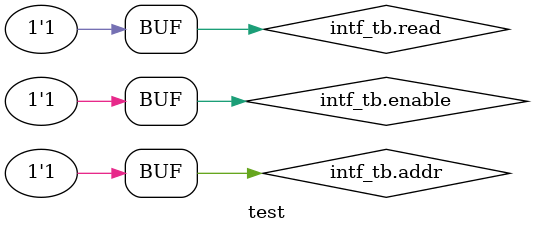
<source format=sv>
/*
    purpose: This file contains exapmle of testbench of memory
    Author: Karim Mahmoud Kamal
    Date:    19th of February 2024
*/

module test ( intf.tb intf_tb );

    initial begin
        // Here we must to use non-blocking assignment
        intf_tb.enable <= 1;
        intf_tb.read <= 1;
        intf_tb.addr <= 7;
        
    end

endmodule
</source>
